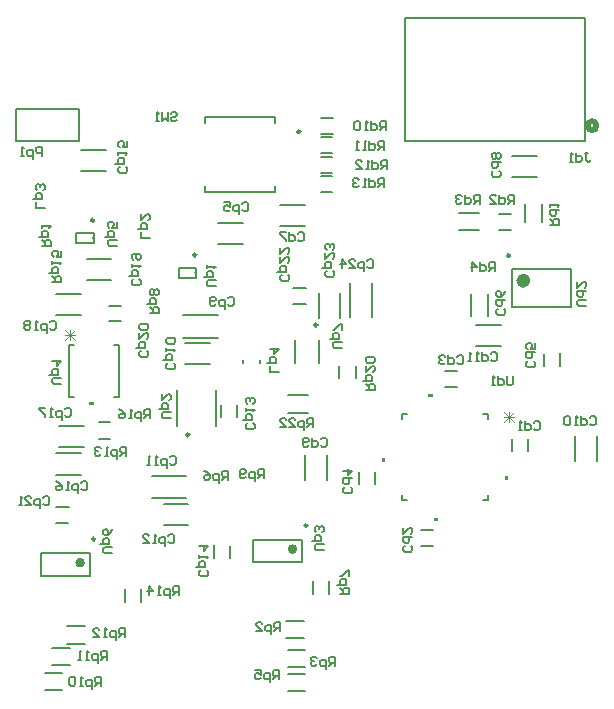
<source format=gbo>
G04*
G04 #@! TF.GenerationSoftware,Altium Limited,Altium Designer,24.9.1 (31)*
G04*
G04 Layer_Color=32896*
%FSLAX25Y25*%
%MOIN*%
G70*
G04*
G04 #@! TF.SameCoordinates,E493A569-BD46-4AD9-B400-18CC68C2C09C*
G04*
G04*
G04 #@! TF.FilePolarity,Positive*
G04*
G01*
G75*
%ADD10C,0.00787*%
%ADD11C,0.01000*%
%ADD12C,0.00984*%
%ADD13C,0.02000*%
%ADD14C,0.00600*%
%ADD16C,0.00700*%
%ADD103C,0.02362*%
%ADD104C,0.01575*%
%ADD105C,0.00300*%
G36*
X27345Y99542D02*
Y98542D01*
X28844D01*
Y99542D01*
X27345D01*
D02*
G37*
G36*
X125900Y80766D02*
X124900D01*
Y79266D01*
X125900D01*
Y80766D01*
D02*
G37*
G36*
X142297Y60900D02*
X143797D01*
Y59900D01*
X142297D01*
Y60900D01*
D02*
G37*
G36*
X166100Y74860D02*
X167100D01*
Y73360D01*
X166100D01*
Y74860D01*
D02*
G37*
G36*
X140329Y101100D02*
X141829D01*
Y102100D01*
X140329D01*
Y101100D01*
D02*
G37*
D10*
X63059Y143012D02*
G03*
X63059Y142028I0J-492D01*
G01*
X28984Y154579D02*
G03*
X28984Y153595I0J-492D01*
G01*
X116256Y107324D02*
Y111261D01*
X110701Y107324D02*
Y111261D01*
X114248Y127779D02*
Y139221D01*
X121752Y127779D02*
Y139221D01*
X104563Y188842D02*
X108500D01*
X104563Y194158D02*
X108500D01*
X104532Y187657D02*
X108468D01*
X104532Y182343D02*
X108468D01*
X104532Y174657D02*
X108468D01*
X104532Y169343D02*
X108468D01*
X104532Y181158D02*
X108468D01*
X104532Y175842D02*
X108468D01*
X63059Y140827D02*
Y143012D01*
Y142028D02*
Y144213D01*
X57153D02*
X63059D01*
X57153Y140827D02*
Y144213D01*
Y140827D02*
X63059D01*
X28984Y152394D02*
Y154579D01*
Y153595D02*
Y155780D01*
X23079D02*
X28984D01*
X23079Y152394D02*
Y155780D01*
Y152394D02*
X28984D01*
X44657Y32835D02*
Y37165D01*
X39342Y32835D02*
Y37165D01*
X93101Y26399D02*
X98899D01*
X93101Y20601D02*
X98899D01*
X93601Y16899D02*
X99399D01*
X93601Y11101D02*
X99399D01*
X16455Y75164D02*
X24747D01*
X16455Y82251D02*
X24747D01*
X17218Y84457D02*
X25510D01*
X17218Y91543D02*
X25510D01*
X16354Y135543D02*
X24646D01*
X16354Y128457D02*
X24646D01*
X34032Y131500D02*
X37969D01*
X34032Y126500D02*
X37969D01*
X196543Y79854D02*
Y88146D01*
X189457Y79854D02*
Y88146D01*
X164000Y156843D02*
X167937D01*
X164000Y162157D02*
X167937D01*
X150592Y162399D02*
X157176D01*
X150592Y156601D02*
X157176D01*
X2909Y197088D02*
X24091D01*
Y186497D02*
Y197088D01*
X2909Y186497D02*
X24091D01*
X2909D02*
Y197088D01*
X24753Y183336D02*
X33045D01*
X24753Y176249D02*
X33045D01*
X101842Y35335D02*
Y39665D01*
X107158Y35335D02*
Y39665D01*
X106543Y73354D02*
Y81646D01*
X99457Y73354D02*
Y81646D01*
X160354Y128004D02*
Y135484D01*
X154646Y128004D02*
Y135484D01*
X89173Y192472D02*
Y194559D01*
Y169441D02*
Y171528D01*
X65827Y169441D02*
X89173D01*
X65827Y192472D02*
Y194559D01*
Y169441D02*
Y171528D01*
Y194559D02*
X89173D01*
X187843Y131201D02*
Y143799D01*
X168157Y131201D02*
Y143799D01*
Y131201D02*
X187843D01*
X168157Y143799D02*
X187843D01*
X172601Y159570D02*
Y165367D01*
X178399Y159570D02*
Y165367D01*
X184180Y111454D02*
Y115588D01*
X178842Y111433D02*
Y115567D01*
X90854Y157957D02*
X99146D01*
X90854Y165043D02*
X99146D01*
X156354Y125043D02*
X164646D01*
X156354Y117957D02*
X164646D01*
X168354Y181543D02*
X176646D01*
X168354Y174457D02*
X176646D01*
X93601Y3101D02*
X99399D01*
X93601Y8899D02*
X99399D01*
X93708Y101691D02*
X100292D01*
X93708Y95894D02*
X100292D01*
X76680Y94412D02*
Y98546D01*
X71342Y94433D02*
Y98567D01*
X16353Y64472D02*
X20487D01*
X16332Y59135D02*
X20466D01*
X68820Y47454D02*
Y51588D01*
X74158Y47433D02*
Y51567D01*
X103937Y112355D02*
Y120229D01*
X96063Y112355D02*
Y120229D01*
X82129Y46052D02*
Y53532D01*
X98270Y46052D02*
Y53532D01*
X82129Y46052D02*
X98270D01*
X82129Y53532D02*
X98270D01*
X12601Y3394D02*
X18399D01*
X12601Y9191D02*
X18399D01*
X15101Y11601D02*
X20899D01*
X15101Y17399D02*
X20899D01*
X20021Y18858D02*
X25818D01*
X20021Y24655D02*
X25818D01*
X11349Y41517D02*
Y48997D01*
X27491Y41517D02*
Y48997D01*
X11349Y41517D02*
X27491D01*
X11349Y48997D02*
X27491D01*
X52155Y58249D02*
X60447D01*
X52155Y65336D02*
X60447D01*
X30531Y87201D02*
X34468D01*
X30531Y92756D02*
X34468D01*
X70354Y151957D02*
X78646D01*
X70354Y159043D02*
X78646D01*
X48279Y67248D02*
X59721D01*
X48279Y74752D02*
X59721D01*
X69648Y91461D02*
Y103272D01*
X56656Y91461D02*
Y103272D01*
X59354Y119043D02*
X67646D01*
X59354Y111957D02*
X67646D01*
X58779Y128252D02*
X70221D01*
X58779Y120748D02*
X70221D01*
X26489Y147043D02*
X34782D01*
X26489Y139957D02*
X34782D01*
X95433Y137351D02*
X99567D01*
X95433Y132233D02*
X99567D01*
X78646Y112300D02*
Y113284D01*
X84354Y112300D02*
Y113284D01*
X103957Y127489D02*
Y135782D01*
X111043Y127489D02*
Y135782D01*
X137933Y51342D02*
X142067D01*
X137912Y56680D02*
X142046D01*
X173658Y82965D02*
Y87098D01*
X168320Y82944D02*
Y87077D01*
X122658Y71933D02*
Y76067D01*
X117320Y71912D02*
Y76046D01*
X145933Y109658D02*
X150067D01*
X145954Y104320D02*
X150088D01*
D11*
X63075Y148433D02*
G03*
X63075Y148433I-500J0D01*
G01*
X29000Y160000D02*
G03*
X29000Y160000I-500J0D01*
G01*
D12*
X97776Y189520D02*
G03*
X97776Y189520I-492J0D01*
G01*
X167646Y148228D02*
G03*
X167646Y148228I-492J0D01*
G01*
X103445Y125093D02*
G03*
X103445Y125093I-492J0D01*
G01*
X100140Y58257D02*
G03*
X100140Y58257I-492J0D01*
G01*
X29361Y53721D02*
G03*
X29361Y53721I-492J0D01*
G01*
X60691Y88509D02*
G03*
X60691Y88509I-492J0D01*
G01*
D13*
X196500Y191500D02*
G03*
X196500Y191500I-1500J0D01*
G01*
D14*
X20705Y101242D02*
X22357D01*
X37453D02*
Y118384D01*
X35800Y101242D02*
X37453D01*
X20705D02*
Y118384D01*
X22357D01*
X35800D02*
X37453D01*
X131700Y93687D02*
Y95300D01*
Y66700D02*
X133313D01*
X160300D02*
Y68313D01*
X131700Y95300D02*
X133313D01*
X131700Y66700D02*
Y68313D01*
X158687Y66700D02*
X160300D01*
Y93687D02*
Y95300D01*
X158687D02*
X160300D01*
X132500Y186354D02*
Y227554D01*
Y186354D02*
X192500D01*
Y227554D01*
X132500D02*
X192500D01*
D16*
X36499Y151501D02*
X34000D01*
X33500Y152001D01*
Y153001D01*
X34000Y153501D01*
X36499D01*
X32501Y154500D02*
X35500D01*
Y156000D01*
X35000Y156500D01*
X34000D01*
X33500Y156000D01*
Y154500D01*
X36499Y159499D02*
Y157499D01*
X35000D01*
X35500Y158499D01*
Y158999D01*
X35000Y159499D01*
X34000D01*
X33500Y158999D01*
Y157999D01*
X34000Y157499D01*
X11500Y151501D02*
X14499D01*
Y153001D01*
X13999Y153500D01*
X13000D01*
X12500Y153001D01*
Y151501D01*
Y152501D02*
X11500Y153500D01*
X10501Y154500D02*
X13500D01*
Y156000D01*
X13000Y156500D01*
X12000D01*
X11500Y156000D01*
Y154500D01*
Y157499D02*
Y158499D01*
Y157999D01*
X14499D01*
X13999Y157499D01*
X69499Y138001D02*
X67000D01*
X66500Y138501D01*
Y139501D01*
X67000Y140000D01*
X69499D01*
X65501Y141000D02*
X68500D01*
Y142500D01*
X68000Y142999D01*
X67000D01*
X66500Y142500D01*
Y141000D01*
Y143999D02*
Y144999D01*
Y144499D01*
X69499D01*
X68999Y143999D01*
X54500Y195500D02*
X54999Y196000D01*
X55999D01*
X56499Y195500D01*
Y195000D01*
X55999Y194500D01*
X54999D01*
X54500Y194000D01*
Y193500D01*
X54999Y193000D01*
X55999D01*
X56499Y193500D01*
X53500Y196000D02*
Y193000D01*
X52500Y194000D01*
X51500Y193000D01*
Y196000D01*
X50501Y193000D02*
X49501D01*
X50001D01*
Y196000D01*
X50501Y195500D01*
X157499Y165500D02*
Y168500D01*
X155999D01*
X155499Y168000D01*
Y167000D01*
X155999Y166500D01*
X157499D01*
X156499D02*
X155499Y165500D01*
X152500Y168500D02*
Y165500D01*
X154000D01*
X154500Y166000D01*
Y167000D01*
X154000Y167500D01*
X152500D01*
X151501Y168000D02*
X151001Y168500D01*
X150001D01*
X149501Y168000D01*
Y167500D01*
X150001Y167000D01*
X150501D01*
X150001D01*
X149501Y166500D01*
Y166000D01*
X150001Y165500D01*
X151001D01*
X151501Y166000D01*
X126248Y190000D02*
Y192999D01*
X124749D01*
X124249Y192500D01*
Y191500D01*
X124749Y191000D01*
X126248D01*
X125249D02*
X124249Y190000D01*
X121250Y192999D02*
Y190000D01*
X122749D01*
X123249Y190500D01*
Y191500D01*
X122749Y192000D01*
X121250D01*
X120250Y190000D02*
X119251D01*
X119750D01*
Y192999D01*
X120250Y192500D01*
X117751D02*
X117251Y192999D01*
X116252D01*
X115752Y192500D01*
Y190500D01*
X116252Y190000D01*
X117251D01*
X117751Y190500D01*
Y192500D01*
X125749Y183501D02*
Y186500D01*
X124249D01*
X123749Y186000D01*
Y185000D01*
X124249Y184500D01*
X125749D01*
X124749D02*
X123749Y183501D01*
X120750Y186500D02*
Y183501D01*
X122250D01*
X122749Y184000D01*
Y185000D01*
X122250Y185500D01*
X120750D01*
X119750Y183501D02*
X118751D01*
X119251D01*
Y186500D01*
X119750Y186000D01*
X117251Y183501D02*
X116252D01*
X116751D01*
Y186500D01*
X117251Y186000D01*
X126748Y177000D02*
Y179999D01*
X125249D01*
X124749Y179500D01*
Y178500D01*
X125249Y178000D01*
X126748D01*
X125749D02*
X124749Y177000D01*
X121750Y179999D02*
Y177000D01*
X123249D01*
X123749Y177500D01*
Y178500D01*
X123249Y179000D01*
X121750D01*
X120750Y177000D02*
X119751D01*
X120250D01*
Y179999D01*
X120750Y179500D01*
X116252Y177000D02*
X118251D01*
X116252Y179000D01*
Y179500D01*
X116752Y179999D01*
X117751D01*
X118251Y179500D01*
X125748Y171001D02*
Y174000D01*
X124249D01*
X123749Y173500D01*
Y172500D01*
X124249Y172000D01*
X125748D01*
X124749D02*
X123749Y171001D01*
X120750Y174000D02*
Y171001D01*
X122249D01*
X122749Y171500D01*
Y172500D01*
X122249Y173000D01*
X120750D01*
X119750Y171001D02*
X118751D01*
X119250D01*
Y174000D01*
X119750Y173500D01*
X117251D02*
X116751Y174000D01*
X115752D01*
X115252Y173500D01*
Y173000D01*
X115752Y172500D01*
X116251D01*
X115752D01*
X115252Y172000D01*
Y171500D01*
X115752Y171001D01*
X116751D01*
X117251Y171500D01*
X17999Y105501D02*
X15500D01*
X15000Y106001D01*
Y107001D01*
X15500Y107501D01*
X17999D01*
X14001Y108500D02*
X17000D01*
Y110000D01*
X16500Y110500D01*
X15500D01*
X15000Y110000D01*
Y108500D01*
Y112999D02*
X17999D01*
X16500Y111499D01*
Y113499D01*
X111499Y117501D02*
X109000D01*
X108500Y118001D01*
Y119001D01*
X109000Y119501D01*
X111499D01*
X107501Y120500D02*
X110500D01*
Y122000D01*
X110000Y122500D01*
X109000D01*
X108500Y122000D01*
Y120500D01*
X111499Y123499D02*
Y125499D01*
X111000D01*
X109000Y123499D01*
X108500D01*
X34999Y49001D02*
X32500D01*
X32000Y49501D01*
Y50501D01*
X32500Y51001D01*
X34999D01*
X31001Y52000D02*
X34000D01*
Y53500D01*
X33500Y54000D01*
X32500D01*
X32000Y53500D01*
Y52000D01*
X34999Y56999D02*
X34499Y55999D01*
X33500Y54999D01*
X32500D01*
X32000Y55499D01*
Y56499D01*
X32500Y56999D01*
X33000D01*
X33500Y56499D01*
Y54999D01*
X105499Y50001D02*
X103000D01*
X102500Y50501D01*
Y51501D01*
X103000Y52001D01*
X105499D01*
X101501Y53000D02*
X104500D01*
Y54500D01*
X104000Y55000D01*
X103000D01*
X102500Y54500D01*
Y53000D01*
X104999Y55999D02*
X105499Y56499D01*
Y57499D01*
X104999Y57999D01*
X104500D01*
X104000Y57499D01*
Y56999D01*
Y57499D01*
X103500Y57999D01*
X103000D01*
X102500Y57499D01*
Y56499D01*
X103000Y55999D01*
X54499Y94001D02*
X52000D01*
X51500Y94501D01*
Y95501D01*
X52000Y96001D01*
X54499D01*
X50501Y97000D02*
X53500D01*
Y98500D01*
X53000Y99000D01*
X52000D01*
X51500Y98500D01*
Y97000D01*
Y101999D02*
Y99999D01*
X53500Y101999D01*
X54000D01*
X54499Y101499D01*
Y100499D01*
X54000Y99999D01*
X192999Y131501D02*
X190500D01*
X190000Y132001D01*
Y133001D01*
X190500Y133501D01*
X192999D01*
Y136500D02*
X190000D01*
Y135000D01*
X190500Y134500D01*
X191500D01*
X192000Y135000D01*
Y136500D01*
X190000Y139499D02*
Y137499D01*
X192000Y139499D01*
X192500D01*
X192999Y138999D01*
Y137999D01*
X192500Y137499D01*
X168499Y108000D02*
Y105500D01*
X167999Y105000D01*
X166999D01*
X166499Y105500D01*
Y108000D01*
X163500D02*
Y105000D01*
X165000D01*
X165500Y105500D01*
Y106500D01*
X165000Y107000D01*
X163500D01*
X162501Y105000D02*
X161501D01*
X162001D01*
Y108000D01*
X162501Y107500D01*
X101998Y91000D02*
Y93999D01*
X100499D01*
X99999Y93499D01*
Y92500D01*
X100499Y92000D01*
X101998D01*
X100998D02*
X99999Y91000D01*
X98999Y90001D02*
Y93000D01*
X97500D01*
X97000Y92500D01*
Y91500D01*
X97500Y91000D01*
X98999D01*
X94001D02*
X96000D01*
X94001Y93000D01*
Y93499D01*
X94501Y93999D01*
X95500D01*
X96000Y93499D01*
X91002Y91000D02*
X93001D01*
X91002Y93000D01*
Y93499D01*
X91502Y93999D01*
X92501D01*
X93001Y93499D01*
X119500Y103502D02*
X122499D01*
Y105001D01*
X122000Y105501D01*
X121000D01*
X120500Y105001D01*
Y103502D01*
Y104501D02*
X119500Y105501D01*
X118501Y106501D02*
X121500D01*
Y108000D01*
X121000Y108500D01*
X120000D01*
X119500Y108000D01*
Y106501D01*
Y111499D02*
Y109500D01*
X121500Y111499D01*
X122000D01*
X122499Y110999D01*
Y110000D01*
X122000Y109500D01*
Y112499D02*
X122499Y112999D01*
Y113998D01*
X122000Y114498D01*
X120000D01*
X119500Y113998D01*
Y112999D01*
X120000Y112499D01*
X122000D01*
X47748Y94000D02*
Y96999D01*
X46249D01*
X45749Y96500D01*
Y95500D01*
X46249Y95000D01*
X47748D01*
X46749D02*
X45749Y94000D01*
X44749Y93001D02*
Y96000D01*
X43250D01*
X42750Y95500D01*
Y94500D01*
X43250Y94000D01*
X44749D01*
X41750D02*
X40751D01*
X41250D01*
Y96999D01*
X41750Y96500D01*
X37252Y96999D02*
X38251Y96500D01*
X39251Y95500D01*
Y94500D01*
X38751Y94000D01*
X37751D01*
X37252Y94500D01*
Y95000D01*
X37751Y95500D01*
X39251D01*
X15000Y139252D02*
X17999D01*
Y140751D01*
X17500Y141251D01*
X16500D01*
X16000Y140751D01*
Y139252D01*
Y140251D02*
X15000Y141251D01*
X14001Y142251D02*
X17000D01*
Y143750D01*
X16500Y144250D01*
X15500D01*
X15000Y143750D01*
Y142251D01*
Y145250D02*
Y146249D01*
Y145750D01*
X17999D01*
X17500Y145250D01*
X17999Y149748D02*
Y147749D01*
X16500D01*
X17000Y148749D01*
Y149249D01*
X16500Y149748D01*
X15500D01*
X15000Y149249D01*
Y148249D01*
X15500Y147749D01*
X57248Y35000D02*
Y37999D01*
X55749D01*
X55249Y37499D01*
Y36500D01*
X55749Y36000D01*
X57248D01*
X56249D02*
X55249Y35000D01*
X54249Y34001D02*
Y37000D01*
X52750D01*
X52250Y36500D01*
Y35500D01*
X52750Y35000D01*
X54249D01*
X51250D02*
X50251D01*
X50750D01*
Y37999D01*
X51250Y37499D01*
X47251Y35000D02*
Y37999D01*
X48751Y36500D01*
X46752D01*
X39748Y81500D02*
Y84499D01*
X38249D01*
X37749Y84000D01*
Y83000D01*
X38249Y82500D01*
X39748D01*
X38749D02*
X37749Y81500D01*
X36749Y80501D02*
Y83500D01*
X35250D01*
X34750Y83000D01*
Y82000D01*
X35250Y81500D01*
X36749D01*
X33750D02*
X32751D01*
X33250D01*
Y84499D01*
X33750Y84000D01*
X31251D02*
X30751Y84499D01*
X29752D01*
X29252Y84000D01*
Y83500D01*
X29752Y83000D01*
X30251D01*
X29752D01*
X29252Y82500D01*
Y82000D01*
X29752Y81500D01*
X30751D01*
X31251Y82000D01*
X39248Y21000D02*
Y23999D01*
X37749D01*
X37249Y23499D01*
Y22500D01*
X37749Y22000D01*
X39248D01*
X38249D02*
X37249Y21000D01*
X36249Y20001D02*
Y23000D01*
X34750D01*
X34250Y22500D01*
Y21500D01*
X34750Y21000D01*
X36249D01*
X33250D02*
X32251D01*
X32750D01*
Y23999D01*
X33250Y23499D01*
X28752Y21000D02*
X30751D01*
X28752Y23000D01*
Y23499D01*
X29252Y23999D01*
X30251D01*
X30751Y23499D01*
X33227Y13536D02*
Y16535D01*
X31728D01*
X31228Y16035D01*
Y15035D01*
X31728Y14536D01*
X33227D01*
X32228D02*
X31228Y13536D01*
X30228Y12536D02*
Y15535D01*
X28729D01*
X28229Y15035D01*
Y14036D01*
X28729Y13536D01*
X30228D01*
X27229D02*
X26230D01*
X26729D01*
Y16535D01*
X27229Y16035D01*
X24730Y13536D02*
X23730D01*
X24230D01*
Y16535D01*
X24730Y16035D01*
X31227Y4828D02*
Y7827D01*
X29728D01*
X29228Y7327D01*
Y6328D01*
X29728Y5828D01*
X31227D01*
X30228D02*
X29228Y4828D01*
X28228Y3828D02*
Y6827D01*
X26729D01*
X26229Y6328D01*
Y5328D01*
X26729Y4828D01*
X28228D01*
X25229D02*
X24229D01*
X24729D01*
Y7827D01*
X25229Y7327D01*
X22730D02*
X22230Y7827D01*
X21230D01*
X20731Y7327D01*
Y5328D01*
X21230Y4828D01*
X22230D01*
X22730Y5328D01*
Y7327D01*
X85499Y74000D02*
Y76999D01*
X83999D01*
X83499Y76499D01*
Y75500D01*
X83999Y75000D01*
X85499D01*
X84499D02*
X83499Y74000D01*
X82500Y73001D02*
Y76000D01*
X81000D01*
X80500Y75500D01*
Y74500D01*
X81000Y74000D01*
X82500D01*
X79501Y74500D02*
X79001Y74000D01*
X78001D01*
X77501Y74500D01*
Y76499D01*
X78001Y76999D01*
X79001D01*
X79501Y76499D01*
Y76000D01*
X79001Y75500D01*
X77501D01*
X47500Y129001D02*
X50499D01*
Y130501D01*
X49999Y131001D01*
X49000D01*
X48500Y130501D01*
Y129001D01*
Y130001D02*
X47500Y131001D01*
X46501Y132000D02*
X49500D01*
Y133500D01*
X49000Y134000D01*
X48000D01*
X47500Y133500D01*
Y132000D01*
X49999Y134999D02*
X50499Y135499D01*
Y136499D01*
X49999Y136999D01*
X49500D01*
X49000Y136499D01*
X48500Y136999D01*
X48000D01*
X47500Y136499D01*
Y135499D01*
X48000Y134999D01*
X48500D01*
X49000Y135499D01*
X49500Y134999D01*
X49999D01*
X49000Y135499D02*
Y136499D01*
X111000Y35501D02*
X113999D01*
Y37001D01*
X113499Y37501D01*
X112500D01*
X112000Y37001D01*
Y35501D01*
Y36501D02*
X111000Y37501D01*
X110001Y38500D02*
X113000D01*
Y40000D01*
X112500Y40500D01*
X111500D01*
X111000Y40000D01*
Y38500D01*
X113999Y41499D02*
Y43499D01*
X113499D01*
X111500Y41499D01*
X111000D01*
X73499Y73500D02*
Y76499D01*
X71999D01*
X71499Y75999D01*
Y75000D01*
X71999Y74500D01*
X73499D01*
X72499D02*
X71499Y73500D01*
X70500Y72501D02*
Y75500D01*
X69000D01*
X68500Y75000D01*
Y74000D01*
X69000Y73500D01*
X70500D01*
X65501Y76499D02*
X66501Y75999D01*
X67501Y75000D01*
Y74000D01*
X67001Y73500D01*
X66001D01*
X65501Y74000D01*
Y74500D01*
X66001Y75000D01*
X67501D01*
X90499Y7000D02*
Y9999D01*
X88999D01*
X88499Y9499D01*
Y8500D01*
X88999Y8000D01*
X90499D01*
X89499D02*
X88499Y7000D01*
X87500Y6001D02*
Y9000D01*
X86000D01*
X85500Y8500D01*
Y7500D01*
X86000Y7000D01*
X87500D01*
X82501Y9999D02*
X84501D01*
Y8500D01*
X83501Y9000D01*
X83001D01*
X82501Y8500D01*
Y7500D01*
X83001Y7000D01*
X84001D01*
X84501Y7500D01*
X109299Y11500D02*
Y14499D01*
X107800D01*
X107300Y13999D01*
Y13000D01*
X107800Y12500D01*
X109299D01*
X108300D02*
X107300Y11500D01*
X106300Y10501D02*
Y13500D01*
X104801D01*
X104301Y13000D01*
Y12000D01*
X104801Y11500D01*
X106300D01*
X103301Y13999D02*
X102801Y14499D01*
X101802D01*
X101302Y13999D01*
Y13500D01*
X101802Y13000D01*
X102302D01*
X101802D01*
X101302Y12500D01*
Y12000D01*
X101802Y11500D01*
X102801D01*
X103301Y12000D01*
X90999Y23000D02*
Y25999D01*
X89499D01*
X88999Y25499D01*
Y24500D01*
X89499Y24000D01*
X90999D01*
X89999D02*
X88999Y23000D01*
X88000Y22001D02*
Y25000D01*
X86500D01*
X86000Y24500D01*
Y23500D01*
X86500Y23000D01*
X88000D01*
X83001D02*
X85001D01*
X83001Y25000D01*
Y25499D01*
X83501Y25999D01*
X84501D01*
X85001Y25499D01*
X162499Y143000D02*
Y146000D01*
X160999D01*
X160499Y145500D01*
Y144500D01*
X160999Y144000D01*
X162499D01*
X161499D02*
X160499Y143000D01*
X157500Y146000D02*
Y143000D01*
X159000D01*
X159500Y143500D01*
Y144500D01*
X159000Y145000D01*
X157500D01*
X155001Y143000D02*
Y146000D01*
X156501Y144500D01*
X154501D01*
X168999Y165500D02*
Y168500D01*
X167499D01*
X166999Y168000D01*
Y167000D01*
X167499Y166500D01*
X168999D01*
X167999D02*
X166999Y165500D01*
X164000Y168500D02*
Y165500D01*
X165500D01*
X166000Y166000D01*
Y167000D01*
X165500Y167500D01*
X164000D01*
X161001Y165500D02*
X163001D01*
X161001Y167500D01*
Y168000D01*
X161501Y168500D01*
X162501D01*
X163001Y168000D01*
X181000Y158501D02*
X184000D01*
Y160001D01*
X183500Y160501D01*
X182500D01*
X182000Y160001D01*
Y158501D01*
Y159501D02*
X181000Y160501D01*
X184000Y163499D02*
X181000D01*
Y162000D01*
X181500Y161500D01*
X182500D01*
X183000Y162000D01*
Y163499D01*
X181000Y164499D02*
Y165499D01*
Y164999D01*
X184000D01*
X183500Y164499D01*
X11499Y181500D02*
Y184499D01*
X9999D01*
X9499Y184000D01*
Y183000D01*
X9999Y182500D01*
X11499D01*
X8500Y180501D02*
Y183500D01*
X7000D01*
X6500Y183000D01*
Y182000D01*
X7000Y181500D01*
X8500D01*
X5501D02*
X4501D01*
X5001D01*
Y184499D01*
X5501Y184000D01*
X90499Y109501D02*
X87500D01*
Y111501D01*
X86501Y112500D02*
X89500D01*
Y114000D01*
X89000Y114500D01*
X88000D01*
X87500Y114000D01*
Y112500D01*
Y116999D02*
X90499D01*
X89000Y115499D01*
Y117499D01*
X12499Y164001D02*
X9500D01*
Y166001D01*
X8501Y167000D02*
X11500D01*
Y168500D01*
X11000Y169000D01*
X10000D01*
X9500Y168500D01*
Y167000D01*
X11999Y169999D02*
X12499Y170499D01*
Y171499D01*
X11999Y171999D01*
X11500D01*
X11000Y171499D01*
Y170999D01*
Y171499D01*
X10500Y171999D01*
X10000D01*
X9500Y171499D01*
Y170499D01*
X10000Y169999D01*
X47499Y154001D02*
X44500D01*
Y156001D01*
X43501Y157000D02*
X46500D01*
Y158500D01*
X46000Y159000D01*
X45000D01*
X44500Y158500D01*
Y157000D01*
Y161999D02*
Y159999D01*
X46500Y161999D01*
X46999D01*
X47499Y161499D01*
Y160499D01*
X46999Y159999D01*
X192499Y182500D02*
X193499D01*
X192999D01*
Y180000D01*
X193499Y179500D01*
X193999D01*
X194499Y180000D01*
X189500Y182500D02*
Y179500D01*
X191000D01*
X191500Y180000D01*
Y181000D01*
X191000Y181500D01*
X189500D01*
X188501Y179500D02*
X187501D01*
X188001D01*
Y182500D01*
X188501Y182000D01*
X119999Y146500D02*
X120499Y146999D01*
X121498D01*
X121998Y146500D01*
Y144500D01*
X121498Y144000D01*
X120499D01*
X119999Y144500D01*
X118999Y143001D02*
Y146000D01*
X117500D01*
X117000Y145500D01*
Y144500D01*
X117500Y144000D01*
X118999D01*
X114001D02*
X116000D01*
X114001Y146000D01*
Y146500D01*
X114501Y146999D01*
X115500D01*
X116000Y146500D01*
X111502Y144000D02*
Y146999D01*
X113001Y145500D01*
X111002D01*
X108500Y143137D02*
X108999Y142637D01*
Y141637D01*
X108500Y141137D01*
X106500D01*
X106000Y141637D01*
Y142637D01*
X106500Y143137D01*
X105001Y144136D02*
X108000D01*
Y145636D01*
X107500Y146136D01*
X106500D01*
X106000Y145636D01*
Y144136D01*
Y149135D02*
Y147135D01*
X108000Y149135D01*
X108500D01*
X108999Y148635D01*
Y147635D01*
X108500Y147135D01*
Y150134D02*
X108999Y150634D01*
Y151634D01*
X108500Y152134D01*
X108000D01*
X107500Y151634D01*
Y151134D01*
Y151634D01*
X107000Y152134D01*
X106500D01*
X106000Y151634D01*
Y150634D01*
X106500Y150134D01*
X93499Y141793D02*
X93999Y141294D01*
Y140294D01*
X93499Y139794D01*
X91500D01*
X91000Y140294D01*
Y141294D01*
X91500Y141793D01*
X90001Y142793D02*
X93000D01*
Y144293D01*
X92500Y144792D01*
X91500D01*
X91000Y144293D01*
Y142793D01*
Y147792D02*
Y145792D01*
X93000Y147792D01*
X93499D01*
X93999Y147292D01*
Y146292D01*
X93499Y145792D01*
X91000Y150791D02*
Y148791D01*
X93000Y150791D01*
X93499D01*
X93999Y150291D01*
Y149291D01*
X93499Y148791D01*
X11999Y67500D02*
X12499Y67999D01*
X13498D01*
X13998Y67500D01*
Y65500D01*
X13498Y65000D01*
X12499D01*
X11999Y65500D01*
X10999Y64001D02*
Y67000D01*
X9500D01*
X9000Y66500D01*
Y65500D01*
X9500Y65000D01*
X10999D01*
X6001D02*
X8000D01*
X6001Y67000D01*
Y67500D01*
X6501Y67999D01*
X7501D01*
X8000Y67500D01*
X5001Y65000D02*
X4002D01*
X4501D01*
Y67999D01*
X5001Y67500D01*
X46499Y116501D02*
X46999Y116001D01*
Y115002D01*
X46499Y114502D01*
X44500D01*
X44000Y115002D01*
Y116001D01*
X44500Y116501D01*
X43001Y117501D02*
X46000D01*
Y119000D01*
X45500Y119500D01*
X44500D01*
X44000Y119000D01*
Y117501D01*
Y122499D02*
Y120500D01*
X46000Y122499D01*
X46499D01*
X46999Y121999D01*
Y121000D01*
X46499Y120500D01*
Y123499D02*
X46999Y123999D01*
Y124998D01*
X46499Y125498D01*
X44500D01*
X44000Y124998D01*
Y123999D01*
X44500Y123499D01*
X46499D01*
X43999Y140251D02*
X44499Y139751D01*
Y138751D01*
X43999Y138252D01*
X42000D01*
X41500Y138751D01*
Y139751D01*
X42000Y140251D01*
X40501Y141251D02*
X43500D01*
Y142750D01*
X43000Y143250D01*
X42000D01*
X41500Y142750D01*
Y141251D01*
Y144250D02*
Y145249D01*
Y144750D01*
X44499D01*
X43999Y144250D01*
X42000Y146749D02*
X41500Y147249D01*
Y148249D01*
X42000Y148748D01*
X43999D01*
X44499Y148249D01*
Y147249D01*
X43999Y146749D01*
X43500D01*
X43000Y147249D01*
Y148748D01*
X14249Y125999D02*
X14749Y126499D01*
X15748D01*
X16248Y125999D01*
Y124000D01*
X15748Y123500D01*
X14749D01*
X14249Y124000D01*
X13249Y122501D02*
Y125500D01*
X11750D01*
X11250Y125000D01*
Y124000D01*
X11750Y123500D01*
X13249D01*
X10250D02*
X9251D01*
X9750D01*
Y126499D01*
X10250Y125999D01*
X7751D02*
X7251Y126499D01*
X6251D01*
X5752Y125999D01*
Y125500D01*
X6251Y125000D01*
X5752Y124500D01*
Y124000D01*
X6251Y123500D01*
X7251D01*
X7751Y124000D01*
Y124500D01*
X7251Y125000D01*
X7751Y125500D01*
Y125999D01*
X7251Y125000D02*
X6251D01*
X19249Y97000D02*
X19749Y97499D01*
X20749D01*
X21248Y97000D01*
Y95000D01*
X20749Y94500D01*
X19749D01*
X19249Y95000D01*
X18249Y93501D02*
Y96500D01*
X16750D01*
X16250Y96000D01*
Y95000D01*
X16750Y94500D01*
X18249D01*
X15250D02*
X14251D01*
X14750D01*
Y97499D01*
X15250Y97000D01*
X12751Y97499D02*
X10752D01*
Y97000D01*
X12751Y95000D01*
Y94500D01*
X24749Y72500D02*
X25249Y72999D01*
X26248D01*
X26748Y72500D01*
Y70500D01*
X26248Y70000D01*
X25249D01*
X24749Y70500D01*
X23749Y69001D02*
Y72000D01*
X22250D01*
X21750Y71500D01*
Y70500D01*
X22250Y70000D01*
X23749D01*
X20750D02*
X19751D01*
X20250D01*
Y72999D01*
X20750Y72500D01*
X16252Y72999D02*
X17251Y72500D01*
X18251Y71500D01*
Y70500D01*
X17751Y70000D01*
X16751D01*
X16252Y70500D01*
Y71000D01*
X16751Y71500D01*
X18251D01*
X39500Y177751D02*
X39999Y177251D01*
Y176251D01*
X39500Y175752D01*
X37500D01*
X37000Y176251D01*
Y177251D01*
X37500Y177751D01*
X36001Y178751D02*
X39000D01*
Y180250D01*
X38500Y180750D01*
X37500D01*
X37000Y180250D01*
Y178751D01*
Y181750D02*
Y182749D01*
Y182250D01*
X39999D01*
X39500Y181750D01*
X39999Y186248D02*
Y184249D01*
X38500D01*
X39000Y185249D01*
Y185749D01*
X38500Y186248D01*
X37500D01*
X37000Y185749D01*
Y184749D01*
X37500Y184249D01*
X66500Y43251D02*
X66999Y42751D01*
Y41752D01*
X66500Y41252D01*
X64500D01*
X64000Y41752D01*
Y42751D01*
X64500Y43251D01*
X63001Y44251D02*
X66000D01*
Y45750D01*
X65500Y46250D01*
X64500D01*
X64000Y45750D01*
Y44251D01*
Y47250D02*
Y48249D01*
Y47750D01*
X66999D01*
X66500Y47250D01*
X64000Y51249D02*
X66999D01*
X65500Y49749D01*
Y51748D01*
X81999Y92251D02*
X82499Y91751D01*
Y90751D01*
X81999Y90252D01*
X80000D01*
X79500Y90751D01*
Y91751D01*
X80000Y92251D01*
X78501Y93251D02*
X81500D01*
Y94750D01*
X81000Y95250D01*
X80000D01*
X79500Y94750D01*
Y93251D01*
Y96250D02*
Y97249D01*
Y96750D01*
X82499D01*
X81999Y96250D01*
Y98749D02*
X82499Y99249D01*
Y100249D01*
X81999Y100748D01*
X81500D01*
X81000Y100249D01*
Y99749D01*
Y100249D01*
X80500Y100748D01*
X80000D01*
X79500Y100249D01*
Y99249D01*
X80000Y98749D01*
X53749Y54792D02*
X54249Y55292D01*
X55248D01*
X55748Y54792D01*
Y52793D01*
X55248Y52293D01*
X54249D01*
X53749Y52793D01*
X52749Y51293D02*
Y54292D01*
X51250D01*
X50750Y53792D01*
Y52793D01*
X51250Y52293D01*
X52749D01*
X49750D02*
X48751D01*
X49250D01*
Y55292D01*
X49750Y54792D01*
X45252Y52293D02*
X47251D01*
X45252Y54292D01*
Y54792D01*
X45752Y55292D01*
X46751D01*
X47251Y54792D01*
X54249Y80999D02*
X54749Y81499D01*
X55749D01*
X56248Y80999D01*
Y79000D01*
X55749Y78500D01*
X54749D01*
X54249Y79000D01*
X53249Y77501D02*
Y80500D01*
X51750D01*
X51250Y80000D01*
Y79000D01*
X51750Y78500D01*
X53249D01*
X50250D02*
X49251D01*
X49751D01*
Y81499D01*
X50250Y80999D01*
X47751Y78500D02*
X46751D01*
X47251D01*
Y81499D01*
X47751Y80999D01*
X55500Y112251D02*
X55999Y111751D01*
Y110751D01*
X55500Y110252D01*
X53500D01*
X53000Y110751D01*
Y111751D01*
X53500Y112251D01*
X52001Y113251D02*
X55000D01*
Y114750D01*
X54500Y115250D01*
X53500D01*
X53000Y114750D01*
Y113251D01*
Y116250D02*
Y117249D01*
Y116750D01*
X55999D01*
X55500Y116250D01*
Y118749D02*
X55999Y119249D01*
Y120248D01*
X55500Y120748D01*
X53500D01*
X53000Y120248D01*
Y119249D01*
X53500Y118749D01*
X55500D01*
X73499Y134000D02*
X73999Y134499D01*
X74999D01*
X75499Y134000D01*
Y132000D01*
X74999Y131500D01*
X73999D01*
X73499Y132000D01*
X72500Y130501D02*
Y133500D01*
X71000D01*
X70500Y133000D01*
Y132000D01*
X71000Y131500D01*
X72500D01*
X69501Y132000D02*
X69001Y131500D01*
X68001D01*
X67501Y132000D01*
Y134000D01*
X68001Y134499D01*
X69001D01*
X69501Y134000D01*
Y133500D01*
X69001Y133000D01*
X67501D01*
X78364Y165499D02*
X78864Y165999D01*
X79863D01*
X80363Y165499D01*
Y163500D01*
X79863Y163000D01*
X78864D01*
X78364Y163500D01*
X77364Y162001D02*
Y165000D01*
X75865D01*
X75365Y164500D01*
Y163500D01*
X75865Y163000D01*
X77364D01*
X72366Y165999D02*
X74365D01*
Y164500D01*
X73365Y165000D01*
X72866D01*
X72366Y164500D01*
Y163500D01*
X72866Y163000D01*
X73865D01*
X74365Y163500D01*
X161249Y115500D02*
X161749Y115999D01*
X162749D01*
X163249Y115500D01*
Y113500D01*
X162749Y113001D01*
X161749D01*
X161249Y113500D01*
X158250Y115999D02*
Y113001D01*
X159750D01*
X160249Y113500D01*
Y114500D01*
X159750Y115000D01*
X158250D01*
X157250Y113001D02*
X156251D01*
X156751D01*
Y115999D01*
X157250Y115500D01*
X154751Y113001D02*
X153752D01*
X154251D01*
Y115999D01*
X154751Y115500D01*
X194201Y94099D02*
X194701Y94599D01*
X195700D01*
X196200Y94099D01*
Y92100D01*
X195700Y91600D01*
X194701D01*
X194201Y92100D01*
X191202Y94599D02*
Y91600D01*
X192701D01*
X193201Y92100D01*
Y93099D01*
X192701Y93599D01*
X191202D01*
X190202Y91600D02*
X189202D01*
X189702D01*
Y94599D01*
X190202Y94099D01*
X187703D02*
X187203Y94599D01*
X186203D01*
X185703Y94099D01*
Y92100D01*
X186203Y91600D01*
X187203D01*
X187703Y92100D01*
Y94099D01*
X104499Y87000D02*
X104999Y87499D01*
X105999D01*
X106499Y87000D01*
Y85000D01*
X105999Y84500D01*
X104999D01*
X104499Y85000D01*
X101500Y87499D02*
Y84500D01*
X103000D01*
X103500Y85000D01*
Y86000D01*
X103000Y86500D01*
X101500D01*
X100501Y85000D02*
X100001Y84500D01*
X99001D01*
X98501Y85000D01*
Y87000D01*
X99001Y87499D01*
X100001D01*
X100501Y87000D01*
Y86500D01*
X100001Y86000D01*
X98501D01*
X164000Y176501D02*
X164499Y176001D01*
Y175001D01*
X164000Y174501D01*
X162000D01*
X161501Y175001D01*
Y176001D01*
X162000Y176501D01*
X164499Y179500D02*
X161501D01*
Y178000D01*
X162000Y177500D01*
X163000D01*
X163500Y178000D01*
Y179500D01*
X164000Y180499D02*
X164499Y180999D01*
Y181999D01*
X164000Y182499D01*
X163500D01*
X163000Y181999D01*
X162500Y182499D01*
X162000D01*
X161501Y181999D01*
Y180999D01*
X162000Y180499D01*
X162500D01*
X163000Y180999D01*
X163500Y180499D01*
X164000D01*
X163000Y180999D02*
Y181999D01*
X96864Y155500D02*
X97364Y156000D01*
X98363D01*
X98863Y155500D01*
Y153500D01*
X98363Y153000D01*
X97364D01*
X96864Y153500D01*
X93865Y156000D02*
Y153000D01*
X95364D01*
X95864Y153500D01*
Y154500D01*
X95364Y155000D01*
X93865D01*
X92865Y156000D02*
X90866D01*
Y155500D01*
X92865Y153500D01*
Y153000D01*
X165500Y130501D02*
X165999Y130001D01*
Y129001D01*
X165500Y128501D01*
X163500D01*
X163001Y129001D01*
Y130001D01*
X163500Y130501D01*
X165999Y133500D02*
X163001D01*
Y132000D01*
X163500Y131500D01*
X164500D01*
X165000Y132000D01*
Y133500D01*
X165999Y136499D02*
X165500Y135499D01*
X164500Y134499D01*
X163500D01*
X163001Y134999D01*
Y135999D01*
X163500Y136499D01*
X164000D01*
X164500Y135999D01*
Y134499D01*
X175500Y113001D02*
X175999Y112501D01*
Y111501D01*
X175500Y111001D01*
X173500D01*
X173001Y111501D01*
Y112501D01*
X173500Y113001D01*
X175999Y116000D02*
X173001D01*
Y114500D01*
X173500Y114000D01*
X174500D01*
X175000Y114500D01*
Y116000D01*
X175999Y118999D02*
Y116999D01*
X174500D01*
X175000Y117999D01*
Y118499D01*
X174500Y118999D01*
X173500D01*
X173001Y118499D01*
Y117499D01*
X173500Y116999D01*
X114500Y71001D02*
X114999Y70501D01*
Y69501D01*
X114500Y69001D01*
X112500D01*
X112001Y69501D01*
Y70501D01*
X112500Y71001D01*
X114999Y74000D02*
X112001D01*
Y72500D01*
X112500Y72000D01*
X113500D01*
X114000Y72500D01*
Y74000D01*
X112001Y76499D02*
X114999D01*
X113500Y74999D01*
Y76999D01*
X149999Y114500D02*
X150499Y114999D01*
X151499D01*
X151999Y114500D01*
Y112500D01*
X151499Y112001D01*
X150499D01*
X149999Y112500D01*
X147000Y114999D02*
Y112001D01*
X148500D01*
X149000Y112500D01*
Y113500D01*
X148500Y114000D01*
X147000D01*
X146001Y114500D02*
X145501Y114999D01*
X144501D01*
X144001Y114500D01*
Y114000D01*
X144501Y113500D01*
X145001D01*
X144501D01*
X144001Y113000D01*
Y112500D01*
X144501Y112001D01*
X145501D01*
X146001Y112500D01*
X134500Y51501D02*
X135000Y51001D01*
Y50001D01*
X134500Y49501D01*
X132500D01*
X132001Y50001D01*
Y51001D01*
X132500Y51501D01*
X135000Y54500D02*
X132001D01*
Y53000D01*
X132500Y52500D01*
X133500D01*
X134000Y53000D01*
Y54500D01*
X132001Y57499D02*
Y55499D01*
X134000Y57499D01*
X134500D01*
X135000Y56999D01*
Y55999D01*
X134500Y55499D01*
X175499Y92500D02*
X175999Y93000D01*
X176999D01*
X177499Y92500D01*
Y90500D01*
X176999Y90000D01*
X175999D01*
X175499Y90500D01*
X172501Y93000D02*
Y90000D01*
X174000D01*
X174500Y90500D01*
Y91500D01*
X174000Y92000D01*
X172501D01*
X171501Y90000D02*
X170501D01*
X171001D01*
Y93000D01*
X171501Y92500D01*
D103*
X173276Y139862D02*
G03*
X173276Y139862I-1181J0D01*
G01*
D104*
X95908Y50383D02*
G03*
X95908Y50383I-787J0D01*
G01*
X25128Y45847D02*
G03*
X25128Y45847I-787J0D01*
G01*
D105*
X19413Y123313D02*
X22746Y119981D01*
Y123313D02*
X19413Y119981D01*
X21080Y123313D02*
Y119981D01*
X22746Y121647D02*
X19413D01*
X168850Y95976D02*
X165518Y92644D01*
X168850D02*
X165518Y95976D01*
X168850Y94310D02*
X165518D01*
X167184Y92644D02*
Y95976D01*
M02*

</source>
